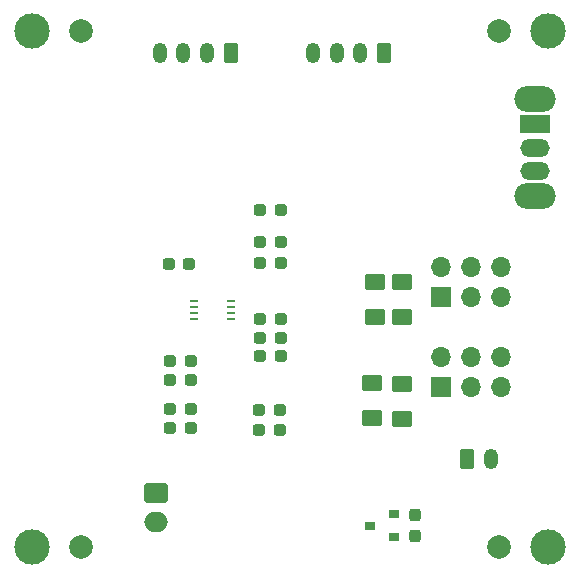
<source format=gts>
G04 #@! TF.GenerationSoftware,KiCad,Pcbnew,7.0.6*
G04 #@! TF.CreationDate,2023-07-11T17:34:18+08:00*
G04 #@! TF.ProjectId,m5-pantilt,6d352d70-616e-4746-996c-742e6b696361,1*
G04 #@! TF.SameCoordinates,PX5f5e100PY5f5e100*
G04 #@! TF.FileFunction,Soldermask,Top*
G04 #@! TF.FilePolarity,Negative*
%FSLAX46Y46*%
G04 Gerber Fmt 4.6, Leading zero omitted, Abs format (unit mm)*
G04 Created by KiCad (PCBNEW 7.0.6) date 2023-07-11 17:34:18*
%MOMM*%
%LPD*%
G01*
G04 APERTURE LIST*
G04 Aperture macros list*
%AMRoundRect*
0 Rectangle with rounded corners*
0 $1 Rounding radius*
0 $2 $3 $4 $5 $6 $7 $8 $9 X,Y pos of 4 corners*
0 Add a 4 corners polygon primitive as box body*
4,1,4,$2,$3,$4,$5,$6,$7,$8,$9,$2,$3,0*
0 Add four circle primitives for the rounded corners*
1,1,$1+$1,$2,$3*
1,1,$1+$1,$4,$5*
1,1,$1+$1,$6,$7*
1,1,$1+$1,$8,$9*
0 Add four rect primitives between the rounded corners*
20,1,$1+$1,$2,$3,$4,$5,0*
20,1,$1+$1,$4,$5,$6,$7,0*
20,1,$1+$1,$6,$7,$8,$9,0*
20,1,$1+$1,$8,$9,$2,$3,0*%
G04 Aperture macros list end*
%ADD10C,2.000000*%
%ADD11C,3.000000*%
%ADD12R,1.700000X1.700000*%
%ADD13O,1.700000X1.700000*%
%ADD14RoundRect,0.250000X0.350000X0.625000X-0.350000X0.625000X-0.350000X-0.625000X0.350000X-0.625000X0*%
%ADD15O,1.200000X1.750000*%
%ADD16R,0.800100X0.254000*%
%ADD17RoundRect,0.250000X-0.350000X-0.625000X0.350000X-0.625000X0.350000X0.625000X-0.350000X0.625000X0*%
%ADD18RoundRect,0.237500X0.287500X0.237500X-0.287500X0.237500X-0.287500X-0.237500X0.287500X-0.237500X0*%
%ADD19RoundRect,0.250000X-0.750000X0.600000X-0.750000X-0.600000X0.750000X-0.600000X0.750000X0.600000X0*%
%ADD20O,2.000000X1.700000*%
%ADD21RoundRect,0.237500X-0.287500X-0.237500X0.287500X-0.237500X0.287500X0.237500X-0.287500X0.237500X0*%
%ADD22RoundRect,0.250001X0.624999X-0.462499X0.624999X0.462499X-0.624999X0.462499X-0.624999X-0.462499X0*%
%ADD23RoundRect,0.250001X-0.624999X0.462499X-0.624999X-0.462499X0.624999X-0.462499X0.624999X0.462499X0*%
%ADD24R,0.900000X0.800000*%
%ADD25RoundRect,0.237500X0.237500X-0.287500X0.237500X0.287500X-0.237500X0.287500X-0.237500X-0.287500X0*%
%ADD26O,3.500000X2.200000*%
%ADD27R,2.500000X1.500000*%
%ADD28O,2.500000X1.500000*%
G04 APERTURE END LIST*
D10*
X7300000Y3150000D03*
D11*
X3150000Y3150000D03*
D10*
X42700000Y3150000D03*
D11*
X46850000Y3150000D03*
D10*
X42700000Y46850000D03*
D11*
X46850000Y46850000D03*
D10*
X7300000Y46850000D03*
D11*
X3150000Y46850000D03*
D12*
X37846000Y16764000D03*
D13*
X37846000Y19304000D03*
X40386000Y16764000D03*
X40386000Y19304000D03*
X42926000Y16764000D03*
X42926000Y19304000D03*
D12*
X37846000Y24384000D03*
D13*
X37846000Y26924000D03*
X40386000Y24384000D03*
X40386000Y26924000D03*
X42926000Y24384000D03*
X42926000Y26924000D03*
D14*
X33000000Y45000000D03*
D15*
X31000000Y45000000D03*
X29000000Y45000000D03*
X27000000Y45000000D03*
D16*
X16948250Y24021801D03*
X16948250Y23521800D03*
X16948250Y23021800D03*
X16948250Y22521799D03*
X20059750Y22521799D03*
X20059750Y23021800D03*
X20059750Y23521800D03*
X20059750Y24021801D03*
D17*
X40060000Y10600000D03*
D15*
X42060000Y10600000D03*
D14*
X20000000Y45000000D03*
D15*
X18000000Y45000000D03*
X16000000Y45000000D03*
X14000000Y45000000D03*
D18*
X24268400Y20878800D03*
X22518400Y20878800D03*
X24268400Y19354800D03*
X22518400Y19354800D03*
D19*
X13700000Y7800000D03*
D20*
X13700000Y5300000D03*
D21*
X22531000Y31750000D03*
X24281000Y31750000D03*
D18*
X24281000Y22504400D03*
X22531000Y22504400D03*
D22*
X34544000Y22642500D03*
X34544000Y25617500D03*
D23*
X32258000Y25617500D03*
X32258000Y22642500D03*
X32004000Y17083100D03*
X32004000Y14108100D03*
D24*
X33800000Y4050000D03*
X33800000Y5950000D03*
X31800000Y5000000D03*
D25*
X35636200Y4128800D03*
X35636200Y5878800D03*
D21*
X14775000Y27150000D03*
X16525000Y27150000D03*
D18*
X16625000Y18900000D03*
X14875000Y18900000D03*
X16625000Y14850000D03*
X14875000Y14850000D03*
X16625000Y17300000D03*
X14875000Y17300000D03*
X16625000Y13250000D03*
X14875000Y13250000D03*
D21*
X22425000Y13100000D03*
X24175000Y13100000D03*
X22525000Y27200000D03*
X24275000Y27200000D03*
D18*
X24275000Y29050000D03*
X22525000Y29050000D03*
X24175000Y14800000D03*
X22425000Y14800000D03*
D23*
X34544000Y17018000D03*
X34544000Y14043000D03*
D26*
X45800000Y41100000D03*
X45800000Y32900000D03*
D27*
X45800000Y39000000D03*
D28*
X45800000Y37000000D03*
X45800000Y35000000D03*
M02*

</source>
